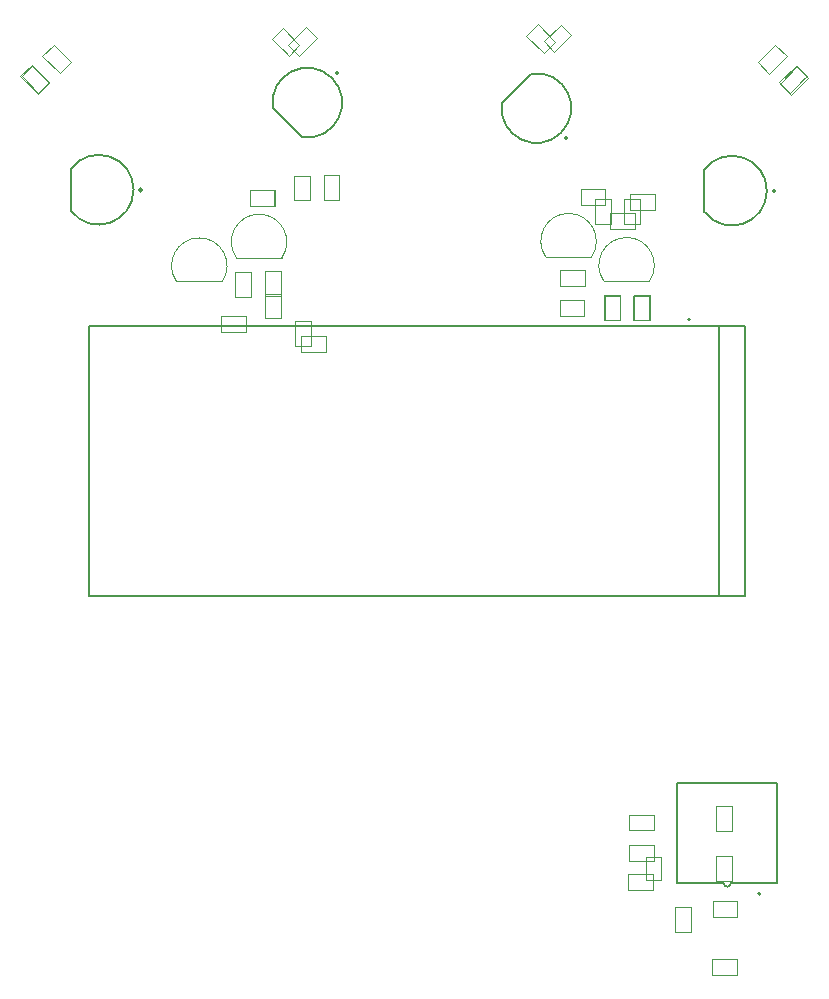
<source format=gbr>
G04*
G04 #@! TF.GenerationSoftware,Altium Limited,Altium Designer,26.2.0 (7)*
G04*
G04 Layer_Color=16711935*
%FSTAX25Y25*%
%MOIN*%
G70*
G04*
G04 #@! TF.SameCoordinates,DDC7E0C6-02D7-4959-A8D0-6A7BEAAAFFDF*
G04*
G04*
G04 #@! TF.FilePolarity,Positive*
G04*
G01*
G75*
%ADD10C,0.00787*%
%ADD12C,0.00500*%
%ADD15C,0.00394*%
D10*
X0090069Y0076108D02*
G03*
X0090069Y0076108I-0000394J0D01*
G01*
X-0092624Y0119288D02*
G03*
X-0092624Y0119288I-0000564J0D01*
G01*
X0113367Y-0115306D02*
G03*
X0113367Y-0115306I-0000394J0D01*
G01*
X-0027137Y015824D02*
G03*
X-0027137Y015824I-0000564J0D01*
G01*
X0049122Y0136644D02*
G03*
X0049122Y0136644I-0000564J0D01*
G01*
X0118463Y0118982D02*
G03*
X0118463Y0118982I-0000564J0D01*
G01*
D12*
X-011644Y0112377D02*
G03*
X-011644Y0126356I0009275J000699D01*
G01*
X0102344Y-0112944D02*
G03*
X0103525Y-0111763I0J0001181D01*
G01*
X0101163D02*
G03*
X0102344Y-0112944I0001181J0D01*
G01*
X-0039255Y0136911D02*
G03*
X-004914Y0146796I0001616J0011501D01*
G01*
X002723Y0148199D02*
G03*
X0037115Y0158084I0011501J-0001616D01*
G01*
X0094648Y0112072D02*
G03*
X0094648Y0126051I0009275J000699D01*
G01*
X0108139Y-0016136D02*
Y0073864D01*
X0099675Y-0016136D02*
X0108139D01*
X-0110325D02*
X0099675D01*
X-0110325D02*
Y0073864D01*
X0099675D01*
X0108139D01*
X0099675Y-0016136D02*
Y0073864D01*
X-0116456Y0112398D02*
Y0126335D01*
X0103525Y-0111763D02*
X0119076D01*
X0085611D02*
X0101163D01*
X0085611D02*
Y-0078298D01*
X0119076D01*
Y-0111763D02*
Y-0078298D01*
X-0049136Y014677D02*
X-0039282Y0136915D01*
X0027234Y0148225D02*
X0037089Y015808D01*
X0094632Y0112092D02*
Y012603D01*
D15*
X-0066031Y0088806D02*
G03*
X-0081258Y0088805I-0007614J0005257D01*
G01*
X005706Y0096988D02*
G03*
X0041834Y0096986I-0007614J0005257D01*
G01*
X-0046117Y0096702D02*
G03*
X-0061343Y0096701I-0007614J0005257D01*
G01*
X0076396Y0088954D02*
G03*
X0061169Y0088952I-0007614J0005257D01*
G01*
X0071088Y0084099D02*
X0076403D01*
X0071088Y0075832D02*
X0076403D01*
Y0084099D01*
X0071088Y0075832D02*
Y0084099D01*
X0061428Y0075842D02*
Y008411D01*
X0066743Y0075842D02*
Y008411D01*
X0061428Y0075842D02*
X0066743D01*
X0061428Y008411D02*
X0066743D01*
X0054694Y007726D02*
Y0082575D01*
X0046426Y007726D02*
Y0082575D01*
Y007726D02*
X0054694D01*
X0046426Y0082575D02*
X0054694D01*
X0075389Y-0110852D02*
Y-0102978D01*
Y-0110852D02*
Y-0107899D01*
Y-0110852D02*
X008031D01*
Y-0102978D01*
X0075389D02*
X008031D01*
X-0041617Y0067208D02*
Y0075476D01*
X-0036302Y0067208D02*
Y0075476D01*
X-0041617Y0067208D02*
X-0036302D01*
X-0041617Y0075476D02*
X-0036302D01*
X-0061583Y0083764D02*
Y0092032D01*
X-0056268Y0083764D02*
Y0092032D01*
X-0061583Y0083764D02*
X-0056268D01*
X-0061583Y0092032D02*
X-0056268D01*
X0041197Y0168813D02*
X0046765Y0174381D01*
X0041197Y0168813D02*
X0043285Y0170901D01*
X0041197Y0168813D02*
X0044677Y0165333D01*
X0050245Y0170901D01*
X0046765Y0174381D02*
X0050245Y0170901D01*
X-0081258Y0088807D02*
X-0066032D01*
X-0046356Y0083872D02*
Y009214D01*
X-0051671Y0083872D02*
Y009214D01*
X-0046356D01*
X-0051671Y0083872D02*
X-0046356D01*
X-0032238Y0124222D02*
X-0026923D01*
X-0032238Y0115954D02*
X-0026923D01*
Y0124222D01*
X-0032238Y0115954D02*
Y0124222D01*
X0097379Y-0142259D02*
X0105647D01*
X0097379Y-0136944D02*
X0105647D01*
Y-0142259D02*
Y-0136944D01*
X0097379Y-0142259D02*
Y-0136944D01*
X0041834Y0096988D02*
X005706D01*
X-0061713Y0091934D02*
X-0056398D01*
X-0061713Y0083666D02*
X-0056398D01*
X-0061713D02*
Y0091934D01*
X-0056398Y0083666D02*
Y0091934D01*
X-0127308Y0151682D02*
X-0123828Y0155162D01*
X-0132876Y015725D02*
X-0127308Y0151682D01*
X-0132876Y015725D02*
X-0129396Y016073D01*
X-0127308Y0158642D01*
X-0129396Y016073D02*
X-0123828Y0155162D01*
X0046659Y0092472D02*
X0054927D01*
X0046659Y0087157D02*
X0054927D01*
X0046659D02*
Y0092472D01*
X0054927Y0087157D02*
Y0092472D01*
X-0049359Y0169672D02*
X-0045879Y0173152D01*
X-0040311Y0167584D01*
X-0043791Y0164104D02*
X-0040311Y0167584D01*
X-0045879Y0166192D02*
X-0043791Y0164104D01*
X-0049359Y0169672D02*
X-0043791Y0164104D01*
X-0040318Y0163939D02*
X-0034471Y0169786D01*
X-0044076Y0167698D02*
X-003823Y0173544D01*
X-0044076Y0167698D02*
X-0040318Y0163939D01*
X-003823Y0173544D02*
X-0034471Y0169786D01*
X0063202Y0111452D02*
X0071469D01*
X0063202Y0106137D02*
X0071469D01*
X0063202D02*
Y0111452D01*
X0071469Y0106137D02*
Y0111452D01*
X0035421Y0170772D02*
X0041267Y0164926D01*
X0039179Y017453D02*
X0045025Y0168684D01*
X0035421Y0170772D02*
X0039179Y017453D01*
X0041267Y0164926D02*
X0045025Y0168684D01*
X-0039751Y0070502D02*
X-0031483D01*
X-0039751Y0065187D02*
X-0031483D01*
Y0070502D01*
X-0039751Y0065187D02*
Y0070502D01*
X0103825Y-0094391D02*
Y-0086123D01*
X009851Y-0094391D02*
Y-0086123D01*
Y-0094391D02*
X0103825D01*
X009851Y-0086123D02*
X0103825D01*
X0097476Y-0117774D02*
X0105744D01*
X0097476Y-0123089D02*
X0105744D01*
X0097476D02*
Y-0117774D01*
X0105744Y-0123089D02*
Y-0117774D01*
X0085028Y-0127896D02*
X0090343D01*
X0085028Y-0119629D02*
X0090343D01*
X0085028Y-0127896D02*
Y-0119629D01*
X0090343Y-0127896D02*
Y-0119629D01*
X-0048548Y0113952D02*
Y0119267D01*
X-0056816Y0113952D02*
Y0119267D01*
Y0113952D02*
X-0048548D01*
X-0056816Y0119267D02*
X-0048548D01*
X011252Y0161792D02*
X0116278Y0158033D01*
X0118366Y0167638D02*
X0122124Y0163879D01*
X0116278Y0158033D02*
X0122124Y0163879D01*
X011252Y0161792D02*
X0118366Y0167638D01*
X-0120141Y0158169D02*
X-0116383Y0161928D01*
X-0125987Y0164016D02*
X-0122229Y0167774D01*
X-0116383Y0161928D01*
X-0125987Y0164016D02*
X-0120141Y0158169D01*
X0069909Y0112758D02*
Y0118073D01*
X0078176Y0112758D02*
Y0118073D01*
X0069909D02*
X0078176D01*
X0069909Y0112758D02*
X0078176D01*
X006804Y0107935D02*
X0073355D01*
X006804Y0116203D02*
X0073355D01*
Y0107935D02*
Y0116203D01*
X006804Y0107935D02*
Y0116203D01*
X0058199Y0107966D02*
X0063514D01*
X0058199Y0116234D02*
X0063514D01*
Y0107966D02*
Y0116234D01*
X0058199Y0107966D02*
Y0116234D01*
X0053465Y0114387D02*
Y0119702D01*
X0061733Y0114387D02*
Y0119702D01*
X0053465D02*
X0061733D01*
X0053465Y0114387D02*
X0061733D01*
X-0048615Y0113885D02*
Y01192D01*
X-0056883Y0113885D02*
Y01192D01*
X-0048615D01*
X-0056883Y0113885D02*
X-0048615D01*
X-0058101Y0071913D02*
Y0077228D01*
X-0066369Y0071913D02*
Y0077228D01*
X-0058101D01*
X-0066369Y0071913D02*
X-0058101D01*
X-0061343Y0096703D02*
X-0046117D01*
X-0051626Y0084719D02*
X-0046311D01*
X-0051626Y0076451D02*
X-0046311D01*
X-0051626D02*
Y0084719D01*
X-0046311Y0076451D02*
Y0084719D01*
X-0133301Y0157121D02*
X-0129543Y0160879D01*
X-0127455Y0151275D02*
X-0123697Y0155033D01*
X-0133301Y0157121D02*
X-0127455Y0151275D01*
X-0129543Y0160879D02*
X-0123697Y0155033D01*
X0061169Y0088954D02*
X0076395D01*
X0123214Y0151669D02*
X0128782Y0157237D01*
X0126694Y0155149D02*
X0128782Y0157237D01*
X0125302Y0160717D02*
X0128782Y0157237D01*
X0119734Y0155149D02*
X0125302Y0160717D01*
X0119734Y0155149D02*
X0123214Y0151669D01*
X0066652Y0075852D02*
Y008412D01*
X0061337Y0075852D02*
Y008412D01*
Y0075852D02*
X0066652D01*
X0061337Y008412D02*
X0066652D01*
X012354Y015086D02*
X0129386Y0156706D01*
X0119782Y0154618D02*
X0125628Y0160464D01*
X0119782Y0154618D02*
X012354Y015086D01*
X0125628Y0160464D02*
X0129386Y0156706D01*
X0069419Y-0114037D02*
X0077686D01*
X0069419Y-0108722D02*
X0077686D01*
X0069419Y-0114037D02*
Y-0108722D01*
X0077686Y-0114037D02*
Y-0108722D01*
X0077806Y-0094221D02*
Y-0088906D01*
X0069538Y-0094221D02*
Y-0088906D01*
X0077806D01*
X0069538Y-0094221D02*
X0077806D01*
X0077839Y-0104242D02*
Y-0098927D01*
X0069571Y-0104242D02*
Y-0098927D01*
X0077839D01*
X0069571Y-0104242D02*
X0077839D01*
X0103831Y-011114D02*
Y-0102872D01*
X0098516Y-011114D02*
Y-0102872D01*
Y-011114D02*
X0103831D01*
X0098516Y-0102872D02*
X0103831D01*
X0071124Y0084117D02*
X0076439D01*
X0071124Y007585D02*
X0076439D01*
X0071124D02*
Y0084117D01*
X0076439Y007585D02*
Y0084117D01*
X-0042177Y0115797D02*
Y0124065D01*
X-0036862Y0115797D02*
Y0124065D01*
X-0042177Y0115797D02*
X-0036862D01*
X-0042177Y0124065D02*
X-0036862D01*
M02*

</source>
